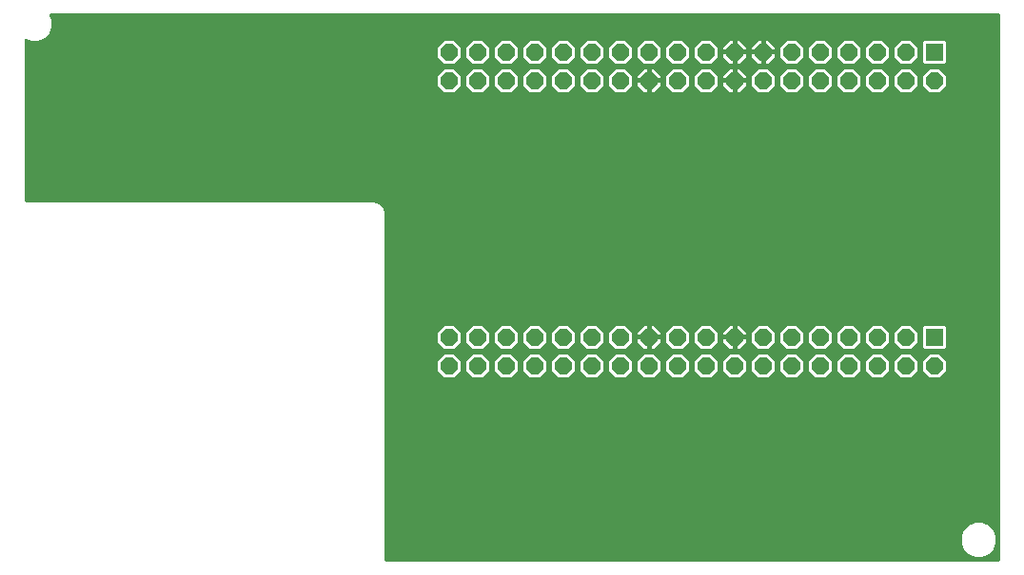
<source format=gbr>
G04 EAGLE Gerber RS-274X export*
G75*
%MOMM*%
%FSLAX34Y34*%
%LPD*%
%INBottom Copper*%
%IPPOS*%
%AMOC8*
5,1,8,0,0,1.08239X$1,22.5*%
G01*
%ADD10R,1.524000X1.524000*%
%ADD11P,1.649562X8X202.500000*%

G36*
X877580Y10926D02*
X877580Y10926D01*
X877606Y10924D01*
X877753Y10946D01*
X877900Y10963D01*
X877925Y10971D01*
X877951Y10975D01*
X878089Y11030D01*
X878228Y11080D01*
X878250Y11094D01*
X878275Y11104D01*
X878396Y11189D01*
X878521Y11269D01*
X878539Y11288D01*
X878561Y11303D01*
X878660Y11413D01*
X878763Y11520D01*
X878777Y11542D01*
X878794Y11562D01*
X878866Y11692D01*
X878942Y11819D01*
X878950Y11844D01*
X878963Y11867D01*
X879003Y12010D01*
X879048Y12151D01*
X879050Y12177D01*
X879058Y12202D01*
X879077Y12446D01*
X879077Y497554D01*
X879074Y497580D01*
X879076Y497606D01*
X879054Y497753D01*
X879037Y497900D01*
X879029Y497925D01*
X879025Y497951D01*
X878970Y498089D01*
X878920Y498228D01*
X878906Y498250D01*
X878896Y498275D01*
X878811Y498396D01*
X878731Y498521D01*
X878712Y498539D01*
X878697Y498561D01*
X878587Y498660D01*
X878480Y498763D01*
X878458Y498777D01*
X878438Y498794D01*
X878308Y498866D01*
X878181Y498942D01*
X878156Y498950D01*
X878133Y498963D01*
X877990Y499003D01*
X877849Y499048D01*
X877823Y499050D01*
X877798Y499058D01*
X877554Y499077D01*
X34930Y499077D01*
X34781Y499060D01*
X34630Y499048D01*
X34607Y499040D01*
X34583Y499037D01*
X34442Y498987D01*
X34299Y498941D01*
X34278Y498928D01*
X34255Y498920D01*
X34129Y498838D01*
X34000Y498761D01*
X33983Y498744D01*
X33963Y498731D01*
X33858Y498622D01*
X33750Y498518D01*
X33737Y498498D01*
X33720Y498480D01*
X33643Y498351D01*
X33562Y498225D01*
X33554Y498202D01*
X33541Y498181D01*
X33496Y498038D01*
X33445Y497896D01*
X33443Y497872D01*
X33435Y497849D01*
X33423Y497700D01*
X33406Y497550D01*
X33409Y497526D01*
X33407Y497502D01*
X33430Y497354D01*
X33447Y497204D01*
X33456Y497176D01*
X33459Y497157D01*
X33476Y497114D01*
X33522Y496971D01*
X35161Y493016D01*
X35161Y486984D01*
X32853Y481412D01*
X28588Y477147D01*
X23016Y474839D01*
X16984Y474839D01*
X13029Y476478D01*
X12884Y476519D01*
X12741Y476565D01*
X12717Y476567D01*
X12694Y476573D01*
X12543Y476581D01*
X12394Y476593D01*
X12370Y476589D01*
X12346Y476590D01*
X12198Y476563D01*
X12049Y476541D01*
X12027Y476532D01*
X12003Y476528D01*
X11865Y476468D01*
X11725Y476412D01*
X11705Y476398D01*
X11683Y476389D01*
X11562Y476299D01*
X11439Y476213D01*
X11423Y476195D01*
X11403Y476181D01*
X11306Y476066D01*
X11206Y475955D01*
X11194Y475933D01*
X11178Y475915D01*
X11110Y475781D01*
X11037Y475650D01*
X11031Y475626D01*
X11020Y475605D01*
X10983Y475459D01*
X10942Y475314D01*
X10940Y475285D01*
X10935Y475267D01*
X10935Y475219D01*
X10923Y475070D01*
X10923Y332446D01*
X10926Y332420D01*
X10924Y332394D01*
X10946Y332247D01*
X10963Y332100D01*
X10971Y332075D01*
X10975Y332049D01*
X11030Y331911D01*
X11080Y331772D01*
X11094Y331750D01*
X11104Y331725D01*
X11189Y331604D01*
X11269Y331479D01*
X11288Y331461D01*
X11303Y331439D01*
X11413Y331340D01*
X11520Y331237D01*
X11542Y331223D01*
X11562Y331206D01*
X11692Y331134D01*
X11819Y331058D01*
X11844Y331050D01*
X11867Y331037D01*
X12010Y330997D01*
X12151Y330952D01*
X12177Y330950D01*
X12202Y330942D01*
X12446Y330923D01*
X322173Y330923D01*
X326187Y329260D01*
X329260Y326187D01*
X330923Y322173D01*
X330923Y12446D01*
X330926Y12420D01*
X330924Y12394D01*
X330946Y12247D01*
X330963Y12100D01*
X330971Y12075D01*
X330975Y12049D01*
X331030Y11911D01*
X331080Y11772D01*
X331094Y11750D01*
X331104Y11725D01*
X331189Y11604D01*
X331269Y11479D01*
X331288Y11461D01*
X331303Y11439D01*
X331413Y11340D01*
X331520Y11237D01*
X331542Y11223D01*
X331562Y11206D01*
X331692Y11134D01*
X331819Y11058D01*
X331844Y11050D01*
X331867Y11037D01*
X332010Y10997D01*
X332151Y10952D01*
X332177Y10950D01*
X332202Y10942D01*
X332446Y10923D01*
X877554Y10923D01*
X877580Y10926D01*
G37*
%LPC*%
G36*
X856984Y14839D02*
X856984Y14839D01*
X851412Y17147D01*
X847147Y21412D01*
X844839Y26984D01*
X844839Y33016D01*
X847147Y38588D01*
X851412Y42853D01*
X856984Y45161D01*
X863016Y45161D01*
X868588Y42853D01*
X872853Y38588D01*
X875161Y33016D01*
X875161Y26984D01*
X872853Y21412D01*
X868588Y17147D01*
X863016Y14839D01*
X856984Y14839D01*
G37*
%LPD*%
%LPC*%
G36*
X812228Y454539D02*
X812228Y454539D01*
X810739Y456028D01*
X810739Y473372D01*
X812228Y474861D01*
X829572Y474861D01*
X831061Y473372D01*
X831061Y456028D01*
X829572Y454539D01*
X812228Y454539D01*
G37*
%LPD*%
%LPC*%
G36*
X812228Y200539D02*
X812228Y200539D01*
X810739Y202028D01*
X810739Y219372D01*
X812228Y220861D01*
X829572Y220861D01*
X831061Y219372D01*
X831061Y202028D01*
X829572Y200539D01*
X812228Y200539D01*
G37*
%LPD*%
%LPC*%
G36*
X791291Y454539D02*
X791291Y454539D01*
X785339Y460491D01*
X785339Y468909D01*
X791291Y474861D01*
X799709Y474861D01*
X805661Y468909D01*
X805661Y460491D01*
X799709Y454539D01*
X791291Y454539D01*
G37*
%LPD*%
%LPC*%
G36*
X765891Y454539D02*
X765891Y454539D01*
X759939Y460491D01*
X759939Y468909D01*
X765891Y474861D01*
X774309Y474861D01*
X780261Y468909D01*
X780261Y460491D01*
X774309Y454539D01*
X765891Y454539D01*
G37*
%LPD*%
%LPC*%
G36*
X740491Y454539D02*
X740491Y454539D01*
X734539Y460491D01*
X734539Y468909D01*
X740491Y474861D01*
X748909Y474861D01*
X754861Y468909D01*
X754861Y460491D01*
X748909Y454539D01*
X740491Y454539D01*
G37*
%LPD*%
%LPC*%
G36*
X715091Y454539D02*
X715091Y454539D01*
X709139Y460491D01*
X709139Y468909D01*
X715091Y474861D01*
X723509Y474861D01*
X729461Y468909D01*
X729461Y460491D01*
X723509Y454539D01*
X715091Y454539D01*
G37*
%LPD*%
%LPC*%
G36*
X689691Y454539D02*
X689691Y454539D01*
X683739Y460491D01*
X683739Y468909D01*
X689691Y474861D01*
X698109Y474861D01*
X704061Y468909D01*
X704061Y460491D01*
X698109Y454539D01*
X689691Y454539D01*
G37*
%LPD*%
%LPC*%
G36*
X435691Y454539D02*
X435691Y454539D01*
X429739Y460491D01*
X429739Y468909D01*
X435691Y474861D01*
X444109Y474861D01*
X450061Y468909D01*
X450061Y460491D01*
X444109Y454539D01*
X435691Y454539D01*
G37*
%LPD*%
%LPC*%
G36*
X410291Y454539D02*
X410291Y454539D01*
X404339Y460491D01*
X404339Y468909D01*
X410291Y474861D01*
X418709Y474861D01*
X424661Y468909D01*
X424661Y460491D01*
X418709Y454539D01*
X410291Y454539D01*
G37*
%LPD*%
%LPC*%
G36*
X638891Y175139D02*
X638891Y175139D01*
X632939Y181091D01*
X632939Y189509D01*
X638891Y195461D01*
X647309Y195461D01*
X653261Y189509D01*
X653261Y181091D01*
X647309Y175139D01*
X638891Y175139D01*
G37*
%LPD*%
%LPC*%
G36*
X689691Y200539D02*
X689691Y200539D01*
X683739Y206491D01*
X683739Y214909D01*
X689691Y220861D01*
X698109Y220861D01*
X704061Y214909D01*
X704061Y206491D01*
X698109Y200539D01*
X689691Y200539D01*
G37*
%LPD*%
%LPC*%
G36*
X613491Y454539D02*
X613491Y454539D01*
X607539Y460491D01*
X607539Y468909D01*
X613491Y474861D01*
X621909Y474861D01*
X627861Y468909D01*
X627861Y460491D01*
X621909Y454539D01*
X613491Y454539D01*
G37*
%LPD*%
%LPC*%
G36*
X588091Y454539D02*
X588091Y454539D01*
X582139Y460491D01*
X582139Y468909D01*
X588091Y474861D01*
X596509Y474861D01*
X602461Y468909D01*
X602461Y460491D01*
X596509Y454539D01*
X588091Y454539D01*
G37*
%LPD*%
%LPC*%
G36*
X562691Y454539D02*
X562691Y454539D01*
X556739Y460491D01*
X556739Y468909D01*
X562691Y474861D01*
X571109Y474861D01*
X577061Y468909D01*
X577061Y460491D01*
X571109Y454539D01*
X562691Y454539D01*
G37*
%LPD*%
%LPC*%
G36*
X537291Y454539D02*
X537291Y454539D01*
X531339Y460491D01*
X531339Y468909D01*
X537291Y474861D01*
X545709Y474861D01*
X551661Y468909D01*
X551661Y460491D01*
X545709Y454539D01*
X537291Y454539D01*
G37*
%LPD*%
%LPC*%
G36*
X511891Y454539D02*
X511891Y454539D01*
X505939Y460491D01*
X505939Y468909D01*
X511891Y474861D01*
X520309Y474861D01*
X526261Y468909D01*
X526261Y460491D01*
X520309Y454539D01*
X511891Y454539D01*
G37*
%LPD*%
%LPC*%
G36*
X486491Y454539D02*
X486491Y454539D01*
X480539Y460491D01*
X480539Y468909D01*
X486491Y474861D01*
X494909Y474861D01*
X500861Y468909D01*
X500861Y460491D01*
X494909Y454539D01*
X486491Y454539D01*
G37*
%LPD*%
%LPC*%
G36*
X461091Y454539D02*
X461091Y454539D01*
X455139Y460491D01*
X455139Y468909D01*
X461091Y474861D01*
X469509Y474861D01*
X475461Y468909D01*
X475461Y460491D01*
X469509Y454539D01*
X461091Y454539D01*
G37*
%LPD*%
%LPC*%
G36*
X384891Y454539D02*
X384891Y454539D01*
X378939Y460491D01*
X378939Y468909D01*
X384891Y474861D01*
X393309Y474861D01*
X399261Y468909D01*
X399261Y460491D01*
X393309Y454539D01*
X384891Y454539D01*
G37*
%LPD*%
%LPC*%
G36*
X715091Y200539D02*
X715091Y200539D01*
X709139Y206491D01*
X709139Y214909D01*
X715091Y220861D01*
X723509Y220861D01*
X729461Y214909D01*
X729461Y206491D01*
X723509Y200539D01*
X715091Y200539D01*
G37*
%LPD*%
%LPC*%
G36*
X740491Y200539D02*
X740491Y200539D01*
X734539Y206491D01*
X734539Y214909D01*
X740491Y220861D01*
X748909Y220861D01*
X754861Y214909D01*
X754861Y206491D01*
X748909Y200539D01*
X740491Y200539D01*
G37*
%LPD*%
%LPC*%
G36*
X765891Y200539D02*
X765891Y200539D01*
X759939Y206491D01*
X759939Y214909D01*
X765891Y220861D01*
X774309Y220861D01*
X780261Y214909D01*
X780261Y206491D01*
X774309Y200539D01*
X765891Y200539D01*
G37*
%LPD*%
%LPC*%
G36*
X664291Y200539D02*
X664291Y200539D01*
X658339Y206491D01*
X658339Y214909D01*
X664291Y220861D01*
X672709Y220861D01*
X678661Y214909D01*
X678661Y206491D01*
X672709Y200539D01*
X664291Y200539D01*
G37*
%LPD*%
%LPC*%
G36*
X410291Y429139D02*
X410291Y429139D01*
X404339Y435091D01*
X404339Y443509D01*
X410291Y449461D01*
X418709Y449461D01*
X424661Y443509D01*
X424661Y435091D01*
X418709Y429139D01*
X410291Y429139D01*
G37*
%LPD*%
%LPC*%
G36*
X384891Y429139D02*
X384891Y429139D01*
X378939Y435091D01*
X378939Y443509D01*
X384891Y449461D01*
X393309Y449461D01*
X399261Y443509D01*
X399261Y435091D01*
X393309Y429139D01*
X384891Y429139D01*
G37*
%LPD*%
%LPC*%
G36*
X816691Y429139D02*
X816691Y429139D01*
X810739Y435091D01*
X810739Y443509D01*
X816691Y449461D01*
X825109Y449461D01*
X831061Y443509D01*
X831061Y435091D01*
X825109Y429139D01*
X816691Y429139D01*
G37*
%LPD*%
%LPC*%
G36*
X791291Y429139D02*
X791291Y429139D01*
X785339Y435091D01*
X785339Y443509D01*
X791291Y449461D01*
X799709Y449461D01*
X805661Y443509D01*
X805661Y435091D01*
X799709Y429139D01*
X791291Y429139D01*
G37*
%LPD*%
%LPC*%
G36*
X765891Y429139D02*
X765891Y429139D01*
X759939Y435091D01*
X759939Y443509D01*
X765891Y449461D01*
X774309Y449461D01*
X780261Y443509D01*
X780261Y435091D01*
X774309Y429139D01*
X765891Y429139D01*
G37*
%LPD*%
%LPC*%
G36*
X740491Y429139D02*
X740491Y429139D01*
X734539Y435091D01*
X734539Y443509D01*
X740491Y449461D01*
X748909Y449461D01*
X754861Y443509D01*
X754861Y435091D01*
X748909Y429139D01*
X740491Y429139D01*
G37*
%LPD*%
%LPC*%
G36*
X715091Y429139D02*
X715091Y429139D01*
X709139Y435091D01*
X709139Y443509D01*
X715091Y449461D01*
X723509Y449461D01*
X729461Y443509D01*
X729461Y435091D01*
X723509Y429139D01*
X715091Y429139D01*
G37*
%LPD*%
%LPC*%
G36*
X689691Y429139D02*
X689691Y429139D01*
X683739Y435091D01*
X683739Y443509D01*
X689691Y449461D01*
X698109Y449461D01*
X704061Y443509D01*
X704061Y435091D01*
X698109Y429139D01*
X689691Y429139D01*
G37*
%LPD*%
%LPC*%
G36*
X664291Y429139D02*
X664291Y429139D01*
X658339Y435091D01*
X658339Y443509D01*
X664291Y449461D01*
X672709Y449461D01*
X678661Y443509D01*
X678661Y435091D01*
X672709Y429139D01*
X664291Y429139D01*
G37*
%LPD*%
%LPC*%
G36*
X435691Y429139D02*
X435691Y429139D01*
X429739Y435091D01*
X429739Y443509D01*
X435691Y449461D01*
X444109Y449461D01*
X450061Y443509D01*
X450061Y435091D01*
X444109Y429139D01*
X435691Y429139D01*
G37*
%LPD*%
%LPC*%
G36*
X410291Y200539D02*
X410291Y200539D01*
X404339Y206491D01*
X404339Y214909D01*
X410291Y220861D01*
X418709Y220861D01*
X424661Y214909D01*
X424661Y206491D01*
X418709Y200539D01*
X410291Y200539D01*
G37*
%LPD*%
%LPC*%
G36*
X613491Y429139D02*
X613491Y429139D01*
X607539Y435091D01*
X607539Y443509D01*
X613491Y449461D01*
X621909Y449461D01*
X627861Y443509D01*
X627861Y435091D01*
X621909Y429139D01*
X613491Y429139D01*
G37*
%LPD*%
%LPC*%
G36*
X588091Y429139D02*
X588091Y429139D01*
X582139Y435091D01*
X582139Y443509D01*
X588091Y449461D01*
X596509Y449461D01*
X602461Y443509D01*
X602461Y435091D01*
X596509Y429139D01*
X588091Y429139D01*
G37*
%LPD*%
%LPC*%
G36*
X461091Y429139D02*
X461091Y429139D01*
X455139Y435091D01*
X455139Y443509D01*
X461091Y449461D01*
X469509Y449461D01*
X475461Y443509D01*
X475461Y435091D01*
X469509Y429139D01*
X461091Y429139D01*
G37*
%LPD*%
%LPC*%
G36*
X791291Y200539D02*
X791291Y200539D01*
X785339Y206491D01*
X785339Y214909D01*
X791291Y220861D01*
X799709Y220861D01*
X805661Y214909D01*
X805661Y206491D01*
X799709Y200539D01*
X791291Y200539D01*
G37*
%LPD*%
%LPC*%
G36*
X537291Y429139D02*
X537291Y429139D01*
X531339Y435091D01*
X531339Y443509D01*
X537291Y449461D01*
X545709Y449461D01*
X551661Y443509D01*
X551661Y435091D01*
X545709Y429139D01*
X537291Y429139D01*
G37*
%LPD*%
%LPC*%
G36*
X511891Y429139D02*
X511891Y429139D01*
X505939Y435091D01*
X505939Y443509D01*
X511891Y449461D01*
X520309Y449461D01*
X526261Y443509D01*
X526261Y435091D01*
X520309Y429139D01*
X511891Y429139D01*
G37*
%LPD*%
%LPC*%
G36*
X486491Y429139D02*
X486491Y429139D01*
X480539Y435091D01*
X480539Y443509D01*
X486491Y449461D01*
X494909Y449461D01*
X500861Y443509D01*
X500861Y435091D01*
X494909Y429139D01*
X486491Y429139D01*
G37*
%LPD*%
%LPC*%
G36*
X613491Y200539D02*
X613491Y200539D01*
X607539Y206491D01*
X607539Y214909D01*
X613491Y220861D01*
X621909Y220861D01*
X627861Y214909D01*
X627861Y206491D01*
X621909Y200539D01*
X613491Y200539D01*
G37*
%LPD*%
%LPC*%
G36*
X588091Y200539D02*
X588091Y200539D01*
X582139Y206491D01*
X582139Y214909D01*
X588091Y220861D01*
X596509Y220861D01*
X602461Y214909D01*
X602461Y206491D01*
X596509Y200539D01*
X588091Y200539D01*
G37*
%LPD*%
%LPC*%
G36*
X537291Y200539D02*
X537291Y200539D01*
X531339Y206491D01*
X531339Y214909D01*
X537291Y220861D01*
X545709Y220861D01*
X551661Y214909D01*
X551661Y206491D01*
X545709Y200539D01*
X537291Y200539D01*
G37*
%LPD*%
%LPC*%
G36*
X511891Y200539D02*
X511891Y200539D01*
X505939Y206491D01*
X505939Y214909D01*
X511891Y220861D01*
X520309Y220861D01*
X526261Y214909D01*
X526261Y206491D01*
X520309Y200539D01*
X511891Y200539D01*
G37*
%LPD*%
%LPC*%
G36*
X486491Y200539D02*
X486491Y200539D01*
X480539Y206491D01*
X480539Y214909D01*
X486491Y220861D01*
X494909Y220861D01*
X500861Y214909D01*
X500861Y206491D01*
X494909Y200539D01*
X486491Y200539D01*
G37*
%LPD*%
%LPC*%
G36*
X461091Y200539D02*
X461091Y200539D01*
X455139Y206491D01*
X455139Y214909D01*
X461091Y220861D01*
X469509Y220861D01*
X475461Y214909D01*
X475461Y206491D01*
X469509Y200539D01*
X461091Y200539D01*
G37*
%LPD*%
%LPC*%
G36*
X435691Y200539D02*
X435691Y200539D01*
X429739Y206491D01*
X429739Y214909D01*
X435691Y220861D01*
X444109Y220861D01*
X450061Y214909D01*
X450061Y206491D01*
X444109Y200539D01*
X435691Y200539D01*
G37*
%LPD*%
%LPC*%
G36*
X384891Y200539D02*
X384891Y200539D01*
X378939Y206491D01*
X378939Y214909D01*
X384891Y220861D01*
X393309Y220861D01*
X399261Y214909D01*
X399261Y206491D01*
X393309Y200539D01*
X384891Y200539D01*
G37*
%LPD*%
%LPC*%
G36*
X816691Y175139D02*
X816691Y175139D01*
X810739Y181091D01*
X810739Y189509D01*
X816691Y195461D01*
X825109Y195461D01*
X831061Y189509D01*
X831061Y181091D01*
X825109Y175139D01*
X816691Y175139D01*
G37*
%LPD*%
%LPC*%
G36*
X791291Y175139D02*
X791291Y175139D01*
X785339Y181091D01*
X785339Y189509D01*
X791291Y195461D01*
X799709Y195461D01*
X805661Y189509D01*
X805661Y181091D01*
X799709Y175139D01*
X791291Y175139D01*
G37*
%LPD*%
%LPC*%
G36*
X765891Y175139D02*
X765891Y175139D01*
X759939Y181091D01*
X759939Y189509D01*
X765891Y195461D01*
X774309Y195461D01*
X780261Y189509D01*
X780261Y181091D01*
X774309Y175139D01*
X765891Y175139D01*
G37*
%LPD*%
%LPC*%
G36*
X740491Y175139D02*
X740491Y175139D01*
X734539Y181091D01*
X734539Y189509D01*
X740491Y195461D01*
X748909Y195461D01*
X754861Y189509D01*
X754861Y181091D01*
X748909Y175139D01*
X740491Y175139D01*
G37*
%LPD*%
%LPC*%
G36*
X715091Y175139D02*
X715091Y175139D01*
X709139Y181091D01*
X709139Y189509D01*
X715091Y195461D01*
X723509Y195461D01*
X729461Y189509D01*
X729461Y181091D01*
X723509Y175139D01*
X715091Y175139D01*
G37*
%LPD*%
%LPC*%
G36*
X689691Y175139D02*
X689691Y175139D01*
X683739Y181091D01*
X683739Y189509D01*
X689691Y195461D01*
X698109Y195461D01*
X704061Y189509D01*
X704061Y181091D01*
X698109Y175139D01*
X689691Y175139D01*
G37*
%LPD*%
%LPC*%
G36*
X664291Y175139D02*
X664291Y175139D01*
X658339Y181091D01*
X658339Y189509D01*
X664291Y195461D01*
X672709Y195461D01*
X678661Y189509D01*
X678661Y181091D01*
X672709Y175139D01*
X664291Y175139D01*
G37*
%LPD*%
%LPC*%
G36*
X613491Y175139D02*
X613491Y175139D01*
X607539Y181091D01*
X607539Y189509D01*
X613491Y195461D01*
X621909Y195461D01*
X627861Y189509D01*
X627861Y181091D01*
X621909Y175139D01*
X613491Y175139D01*
G37*
%LPD*%
%LPC*%
G36*
X588091Y175139D02*
X588091Y175139D01*
X582139Y181091D01*
X582139Y189509D01*
X588091Y195461D01*
X596509Y195461D01*
X602461Y189509D01*
X602461Y181091D01*
X596509Y175139D01*
X588091Y175139D01*
G37*
%LPD*%
%LPC*%
G36*
X562691Y175139D02*
X562691Y175139D01*
X556739Y181091D01*
X556739Y189509D01*
X562691Y195461D01*
X571109Y195461D01*
X577061Y189509D01*
X577061Y181091D01*
X571109Y175139D01*
X562691Y175139D01*
G37*
%LPD*%
%LPC*%
G36*
X537291Y175139D02*
X537291Y175139D01*
X531339Y181091D01*
X531339Y189509D01*
X537291Y195461D01*
X545709Y195461D01*
X551661Y189509D01*
X551661Y181091D01*
X545709Y175139D01*
X537291Y175139D01*
G37*
%LPD*%
%LPC*%
G36*
X511891Y175139D02*
X511891Y175139D01*
X505939Y181091D01*
X505939Y189509D01*
X511891Y195461D01*
X520309Y195461D01*
X526261Y189509D01*
X526261Y181091D01*
X520309Y175139D01*
X511891Y175139D01*
G37*
%LPD*%
%LPC*%
G36*
X486491Y175139D02*
X486491Y175139D01*
X480539Y181091D01*
X480539Y189509D01*
X486491Y195461D01*
X494909Y195461D01*
X500861Y189509D01*
X500861Y181091D01*
X494909Y175139D01*
X486491Y175139D01*
G37*
%LPD*%
%LPC*%
G36*
X461091Y175139D02*
X461091Y175139D01*
X455139Y181091D01*
X455139Y189509D01*
X461091Y195461D01*
X469509Y195461D01*
X475461Y189509D01*
X475461Y181091D01*
X469509Y175139D01*
X461091Y175139D01*
G37*
%LPD*%
%LPC*%
G36*
X435691Y175139D02*
X435691Y175139D01*
X429739Y181091D01*
X429739Y189509D01*
X435691Y195461D01*
X444109Y195461D01*
X450061Y189509D01*
X450061Y181091D01*
X444109Y175139D01*
X435691Y175139D01*
G37*
%LPD*%
%LPC*%
G36*
X410291Y175139D02*
X410291Y175139D01*
X404339Y181091D01*
X404339Y189509D01*
X410291Y195461D01*
X418709Y195461D01*
X424661Y189509D01*
X424661Y181091D01*
X418709Y175139D01*
X410291Y175139D01*
G37*
%LPD*%
%LPC*%
G36*
X384891Y175139D02*
X384891Y175139D01*
X378939Y181091D01*
X378939Y189509D01*
X384891Y195461D01*
X393309Y195461D01*
X399261Y189509D01*
X399261Y181091D01*
X393309Y175139D01*
X384891Y175139D01*
G37*
%LPD*%
%LPC*%
G36*
X569122Y212922D02*
X569122Y212922D01*
X569122Y220861D01*
X571109Y220861D01*
X577061Y214909D01*
X577061Y212922D01*
X569122Y212922D01*
G37*
%LPD*%
%LPC*%
G36*
X569122Y441522D02*
X569122Y441522D01*
X569122Y449461D01*
X571109Y449461D01*
X577061Y443509D01*
X577061Y441522D01*
X569122Y441522D01*
G37*
%LPD*%
%LPC*%
G36*
X645322Y466922D02*
X645322Y466922D01*
X645322Y474861D01*
X647309Y474861D01*
X653261Y468909D01*
X653261Y466922D01*
X645322Y466922D01*
G37*
%LPD*%
%LPC*%
G36*
X645322Y212922D02*
X645322Y212922D01*
X645322Y220861D01*
X647309Y220861D01*
X653261Y214909D01*
X653261Y212922D01*
X645322Y212922D01*
G37*
%LPD*%
%LPC*%
G36*
X670722Y466922D02*
X670722Y466922D01*
X670722Y474861D01*
X672709Y474861D01*
X678661Y468909D01*
X678661Y466922D01*
X670722Y466922D01*
G37*
%LPD*%
%LPC*%
G36*
X645322Y441522D02*
X645322Y441522D01*
X645322Y449461D01*
X647309Y449461D01*
X653261Y443509D01*
X653261Y441522D01*
X645322Y441522D01*
G37*
%LPD*%
%LPC*%
G36*
X658339Y466922D02*
X658339Y466922D01*
X658339Y468909D01*
X664291Y474861D01*
X666278Y474861D01*
X666278Y466922D01*
X658339Y466922D01*
G37*
%LPD*%
%LPC*%
G36*
X632939Y212922D02*
X632939Y212922D01*
X632939Y214909D01*
X638891Y220861D01*
X640878Y220861D01*
X640878Y212922D01*
X632939Y212922D01*
G37*
%LPD*%
%LPC*%
G36*
X569122Y429139D02*
X569122Y429139D01*
X569122Y437078D01*
X577061Y437078D01*
X577061Y435091D01*
X571109Y429139D01*
X569122Y429139D01*
G37*
%LPD*%
%LPC*%
G36*
X556739Y441522D02*
X556739Y441522D01*
X556739Y443509D01*
X562691Y449461D01*
X564678Y449461D01*
X564678Y441522D01*
X556739Y441522D01*
G37*
%LPD*%
%LPC*%
G36*
X556739Y212922D02*
X556739Y212922D01*
X556739Y214909D01*
X562691Y220861D01*
X564678Y220861D01*
X564678Y212922D01*
X556739Y212922D01*
G37*
%LPD*%
%LPC*%
G36*
X632939Y441522D02*
X632939Y441522D01*
X632939Y443509D01*
X638891Y449461D01*
X640878Y449461D01*
X640878Y441522D01*
X632939Y441522D01*
G37*
%LPD*%
%LPC*%
G36*
X645322Y429139D02*
X645322Y429139D01*
X645322Y437078D01*
X653261Y437078D01*
X653261Y435091D01*
X647309Y429139D01*
X645322Y429139D01*
G37*
%LPD*%
%LPC*%
G36*
X670722Y454539D02*
X670722Y454539D01*
X670722Y462478D01*
X678661Y462478D01*
X678661Y460491D01*
X672709Y454539D01*
X670722Y454539D01*
G37*
%LPD*%
%LPC*%
G36*
X645322Y454539D02*
X645322Y454539D01*
X645322Y462478D01*
X653261Y462478D01*
X653261Y460491D01*
X647309Y454539D01*
X645322Y454539D01*
G37*
%LPD*%
%LPC*%
G36*
X632939Y466922D02*
X632939Y466922D01*
X632939Y468909D01*
X638891Y474861D01*
X640878Y474861D01*
X640878Y466922D01*
X632939Y466922D01*
G37*
%LPD*%
%LPC*%
G36*
X569122Y200539D02*
X569122Y200539D01*
X569122Y208478D01*
X577061Y208478D01*
X577061Y206491D01*
X571109Y200539D01*
X569122Y200539D01*
G37*
%LPD*%
%LPC*%
G36*
X645322Y200539D02*
X645322Y200539D01*
X645322Y208478D01*
X653261Y208478D01*
X653261Y206491D01*
X647309Y200539D01*
X645322Y200539D01*
G37*
%LPD*%
%LPC*%
G36*
X638891Y429139D02*
X638891Y429139D01*
X632939Y435091D01*
X632939Y437078D01*
X640878Y437078D01*
X640878Y429139D01*
X638891Y429139D01*
G37*
%LPD*%
%LPC*%
G36*
X664291Y454539D02*
X664291Y454539D01*
X658339Y460491D01*
X658339Y462478D01*
X666278Y462478D01*
X666278Y454539D01*
X664291Y454539D01*
G37*
%LPD*%
%LPC*%
G36*
X638891Y454539D02*
X638891Y454539D01*
X632939Y460491D01*
X632939Y462478D01*
X640878Y462478D01*
X640878Y454539D01*
X638891Y454539D01*
G37*
%LPD*%
%LPC*%
G36*
X638891Y200539D02*
X638891Y200539D01*
X632939Y206491D01*
X632939Y208478D01*
X640878Y208478D01*
X640878Y200539D01*
X638891Y200539D01*
G37*
%LPD*%
%LPC*%
G36*
X562691Y200539D02*
X562691Y200539D01*
X556739Y206491D01*
X556739Y208478D01*
X564678Y208478D01*
X564678Y200539D01*
X562691Y200539D01*
G37*
%LPD*%
%LPC*%
G36*
X562691Y429139D02*
X562691Y429139D01*
X556739Y435091D01*
X556739Y437078D01*
X564678Y437078D01*
X564678Y429139D01*
X562691Y429139D01*
G37*
%LPD*%
D10*
X820900Y464700D03*
D11*
X820900Y439300D03*
X795500Y464700D03*
X795500Y439300D03*
X770100Y464700D03*
X770100Y439300D03*
X744700Y464700D03*
X744700Y439300D03*
X719300Y464700D03*
X719300Y439300D03*
X693900Y464700D03*
X693900Y439300D03*
X668500Y464700D03*
X668500Y439300D03*
X643100Y464700D03*
X643100Y439300D03*
X617700Y464700D03*
X617700Y439300D03*
X592300Y464700D03*
X592300Y439300D03*
X566900Y464700D03*
X566900Y439300D03*
X541500Y464700D03*
X541500Y439300D03*
X516100Y464700D03*
X516100Y439300D03*
X490700Y464700D03*
X490700Y439300D03*
X465300Y464700D03*
X465300Y439300D03*
X439900Y464700D03*
X439900Y439300D03*
X414500Y464700D03*
X414500Y439300D03*
X389100Y464700D03*
X389100Y439300D03*
D10*
X820900Y210700D03*
D11*
X820900Y185300D03*
X795500Y210700D03*
X795500Y185300D03*
X770100Y210700D03*
X770100Y185300D03*
X744700Y210700D03*
X744700Y185300D03*
X719300Y210700D03*
X719300Y185300D03*
X693900Y210700D03*
X693900Y185300D03*
X668500Y210700D03*
X668500Y185300D03*
X643100Y210700D03*
X643100Y185300D03*
X617700Y210700D03*
X617700Y185300D03*
X592300Y210700D03*
X592300Y185300D03*
X566900Y210700D03*
X566900Y185300D03*
X541500Y210700D03*
X541500Y185300D03*
X516100Y210700D03*
X516100Y185300D03*
X490700Y210700D03*
X490700Y185300D03*
X465300Y210700D03*
X465300Y185300D03*
X439900Y210700D03*
X439900Y185300D03*
X414500Y210700D03*
X414500Y185300D03*
X389100Y210700D03*
X389100Y185300D03*
M02*

</source>
